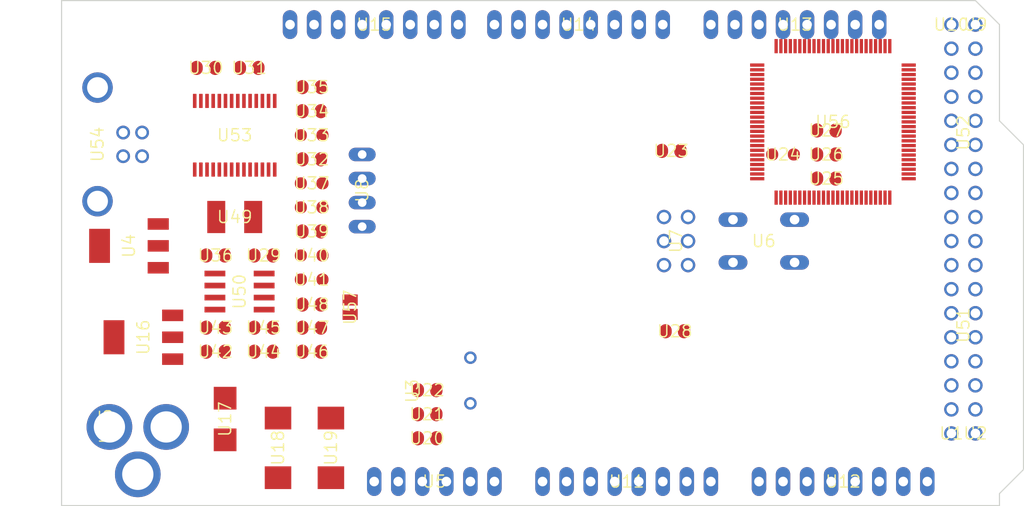
<source format=kicad_pcb>
(kicad_pcb (version 20221018) (generator pcbnew)
  (layers (0 "F.Cu" signal "Top") (31 "B.Cu" signal "Bottom") (34 "B.Paste" user) (35 "F.Paste" user) (36 "B.SilkS" user "B.Silkscreen") (37 "F.SilkS" user "F.Silkscreen") (38 "B.Mask" user) (39 "F.Mask" user) (44 "Edge.Cuts" user))
  (net 0 "")
  (net 1 "+5V")
  (net 2 "GND")
  (net 3 "N$6")
  (net 4 "N$7")
  (net 5 "AREF")
  (net 6 "RESET")
  (net 7 "VIN")
  (net 8 "N$3")
  (net 9 "PWRIN")
  (net 10 "M8RXD")
  (net 11 "M8TXD")
  (net 12 "ADC0")
  (net 13 "ADC2")
  (net 14 "ADC1")
  (net 15 "ADC3")
  (net 16 "ADC4")
  (net 17 "ADC5")
  (net 18 "ADC6")
  (net 19 "ADC7")
  (net 20 "+3V3")
  (net 21 "SDA")
  (net 22 "SCL")
  (net 23 "ADC9")
  (net 24 "ADC8")
  (net 25 "ADC10")
  (net 26 "ADC11")
  (net 27 "ADC12")
  (net 28 "ADC13")
  (net 29 "ADC14")
  (net 30 "ADC15")
  (net 31 "PB3")
  (net 32 "PB2")
  (net 33 "PB1")
  (net 34 "PB5")
  (net 35 "PB4")
  (net 36 "PE5")
  (net 37 "PE4")
  (net 38 "PE3")
  (net 39 "PE1")
  (net 40 "PE0")
  (net 41 "N$15")
  (net 42 "N$53")
  (net 43 "N$54")
  (net 44 "N$55")
  (net 45 "D-")
  (net 46 "D+")
  (net 47 "N$60")
  (net 48 "DTR")
  (net 49 "USBVCC")
  (net 50 "N$2")
  (net 51 "N$4")
  (net 52 "GATE_CMD")
  (net 53 "CMP")
  (net 54 "PB6")
  (net 55 "PH3")
  (net 56 "PH4")
  (net 57 "PH5")
  (net 58 "PH6")
  (net 59 "PG5")
  (net 60 "RXD1")
  (net 61 "TXD1")
  (net 62 "RXD2")
  (net 63 "RXD3")
  (net 64 "TXD2")
  (net 65 "TXD3")
  (net 66 "PC0")
  (net 67 "PC1")
  (net 68 "PC2")
  (net 69 "PC3")
  (net 70 "PC4")
  (net 71 "PC5")
  (net 72 "PC6")
  (net 73 "PC7")
  (net 74 "PB0")
  (net 75 "PG0")
  (net 76 "PG1")
  (net 77 "PG2")
  (net 78 "PD7")
  (net 79 "PA0")
  (net 80 "PA1")
  (net 81 "PA2")
  (net 82 "PA3")
  (net 83 "PA4")
  (net 84 "PA5")
  (net 85 "PA6")
  (net 86 "PA7")
  (net 87 "PL0")
  (net 88 "PL1")
  (net 89 "PL2")
  (net 90 "PL3")
  (net 91 "PL4")
  (net 92 "PL5")
  (net 93 "PL6")
  (net 94 "PL7")
  (net 95 "PB7")
  (net 96 "CTS")
  (net 97 "DSR")
  (net 98 "DCD")
  (net 99 "RI")
  (footprint "Arduino_MEGA_Reference_Design:2X03" (layer "F.Cu") (at 162.5981 103.7336 -90)
    (fp_text reference "U7")
    (fp_text value "")
  )
  (footprint "Arduino_MEGA_Reference_Design:1X08" (layer "F.Cu") (at 152.3111 80.8736 180)
    (fp_text reference "U14")
    (fp_text value "")
  )
  (footprint "Arduino_MEGA_Reference_Design:1X08" (layer "F.Cu") (at 130.7211 80.8736 180)
    (fp_text reference "U15")
    (fp_text value "")
  )
  (footprint "Arduino_MEGA_Reference_Design:SMC_D" (layer "F.Cu") (at 120.5611 125.5776 -90)
    (fp_text reference "U18")
    (fp_text value "")
  )
  (footprint "Arduino_MEGA_Reference_Design:SMC_D" (layer "F.Cu") (at 126.1491 125.5776 -90)
    (fp_text reference "U19")
    (fp_text value "")
  )
  (footprint "Arduino_MEGA_Reference_Design:B3F-10XX" (layer "F.Cu") (at 171.8691 103.7336 180)
    (fp_text reference "U6")
    (fp_text value "")
  )
  (footprint "Arduino_MEGA_Reference_Design:0805RND" (layer "F.Cu") (at 173.9011 94.5896 180)
    (fp_text reference "U24")
    (fp_text value "")
  )
  (footprint "Arduino_MEGA_Reference_Design:SMB" (layer "F.Cu") (at 114.9731 122.5296 -90)
    (fp_text reference "U17")
    (fp_text value "")
  )
  (footprint "Arduino_MEGA_Reference_Design:DC-21MM" (layer "F.Cu") (at 103.0351 123.2916 90)
    (fp_text reference "U55")
    (fp_text value "")
  )
  (footprint "Arduino_MEGA_Reference_Design:HC49_S" (layer "F.Cu") (at 140.8811 118.4656 90)
    (fp_text reference "U3")
    (fp_text value "")
  )
  (footprint "Arduino_MEGA_Reference_Design:SOT223" (layer "F.Cu") (at 106.3371 113.8936 90)
    (fp_text reference "U16")
    (fp_text value "")
  )
  (footprint "Arduino_MEGA_Reference_Design:1X06" (layer "F.Cu") (at 137.0711 129.1336)
    (fp_text reference "U5")
    (fp_text value "")
  )
  (footprint "Arduino_MEGA_Reference_Design:C0805RND" (layer "F.Cu") (at 124.1171 87.4776)
    (fp_text reference "U35")
    (fp_text value "")
  )
  (footprint "Arduino_MEGA_Reference_Design:C0805RND" (layer "F.Cu") (at 162.4711 113.2586)
    (fp_text reference "U28")
    (fp_text value "")
  )
  (footprint "Arduino_MEGA_Reference_Design:C0805RND" (layer "F.Cu") (at 136.3091 122.0216)
    (fp_text reference "U21")
    (fp_text value "")
  )
  (footprint "Arduino_MEGA_Reference_Design:C0805RND" (layer "F.Cu") (at 136.3091 119.4816)
    (fp_text reference "U22")
    (fp_text value "")
  )
  (footprint "Arduino_MEGA_Reference_Design:C0805RND" (layer "F.Cu") (at 113.9571 112.8776)
    (fp_text reference "U43")
    (fp_text value "")
  )
  (footprint "Arduino_MEGA_Reference_Design:RCL_0805RND" (layer "F.Cu") (at 124.1171 105.2576)
    (fp_text reference "U40")
    (fp_text value "")
  )
  (footprint "Arduino_MEGA_Reference_Design:RCL_0805RND" (layer "F.Cu") (at 124.1171 107.7976)
    (fp_text reference "U41")
    (fp_text value "")
  )
  (footprint "Arduino_MEGA_Reference_Design:1X08" (layer "F.Cu") (at 157.3911 129.1336)
    (fp_text reference "U11")
    (fp_text value "")
  )
  (footprint "Arduino_MEGA_Reference_Design:1X08" (layer "F.Cu") (at 175.1711 80.8736 180)
    (fp_text reference "U13")
    (fp_text value "")
  )
  (footprint "Arduino_MEGA_Reference_Design:R0805RND" (layer "F.Cu") (at 178.4731 94.5896 180)
    (fp_text reference "U26")
    (fp_text value "")
  )
  (footprint "Arduino_MEGA_Reference_Design:R0805RND" (layer "F.Cu") (at 178.4731 92.0496 180)
    (fp_text reference "U27")
    (fp_text value "")
  )
  (footprint "Arduino_MEGA_Reference_Design:TQFP100" (layer "F.Cu") (at 179.17422485351562 91.14759826660156 0)
    (fp_text reference "U56")
    (fp_text value "")
  )
  (footprint "Arduino_MEGA_Reference_Design:C0805RND" (layer "F.Cu") (at 162.0901 94.2086 180)
    (fp_text reference "U23")
    (fp_text value "")
  )
  (footprint "Arduino_MEGA_Reference_Design:C0805RND" (layer "F.Cu") (at 136.3091 124.5616)
    (fp_text reference "U20")
    (fp_text value "")
  )
  (footprint "Arduino_MEGA_Reference_Design:1X08" (layer "F.Cu") (at 180.2511 129.1336)
    (fp_text reference "U12")
    (fp_text value "")
  )
  (footprint "Arduino_MEGA_Reference_Design:R0805RND" (layer "F.Cu") (at 124.1171 112.8776)
    (fp_text reference "U47")
    (fp_text value "")
  )
  (footprint "Arduino_MEGA_Reference_Design:C0805RND" (layer "F.Cu") (at 124.1171 115.4176)
    (fp_text reference "U46")
    (fp_text value "")
  )
  (footprint "Arduino_MEGA_Reference_Design:C0805RND" (layer "F.Cu") (at 113.9571 105.2576)
    (fp_text reference "U36")
    (fp_text value "")
  )
  (footprint "Arduino_MEGA_Reference_Design:C0805RND" (layer "F.Cu") (at 112.9411 85.4456)
    (fp_text reference "U30")
    (fp_text value "")
  )
  (footprint "Arduino_MEGA_Reference_Design:0805RND" (layer "F.Cu") (at 124.1171 100.1776 180)
    (fp_text reference "U38")
    (fp_text value "")
  )
  (footprint "Arduino_MEGA_Reference_Design:0805RND" (layer "F.Cu") (at 124.1171 97.6376 180)
    (fp_text reference "U37")
    (fp_text value "")
  )
  (footprint "Arduino_MEGA_Reference_Design:R0805RND" (layer "F.Cu") (at 124.1171 95.0976)
    (fp_text reference "U32")
    (fp_text value "")
  )
  (footprint "Arduino_MEGA_Reference_Design:R0805RND" (layer "F.Cu") (at 124.1171 102.7176)
    (fp_text reference "U39")
    (fp_text value "")
  )
  (footprint "Arduino_MEGA_Reference_Design:SSOP28" (layer "F.Cu") (at 115.9891 92.5576)
    (fp_text reference "U53")
    (fp_text value "")
  )
  (footprint "Arduino_MEGA_Reference_Design:PN61729" (layer "F.Cu") (at 98.9584 93.5228 -90)
    (fp_text reference "U54")
    (fp_text value "")
  )
  (footprint "Arduino_MEGA_Reference_Design:L1812" (layer "F.Cu") (at 115.9891 101.1936)
    (fp_text reference "U49")
    (fp_text value "")
  )
  (footprint "Arduino_MEGA_Reference_Design:C0805RND" (layer "F.Cu") (at 117.5131 85.4456)
    (fp_text reference "U31")
    (fp_text value "")
  )
  (footprint "Arduino_MEGA_Reference_Design:0805RND" (layer "F.Cu") (at 124.1171 92.5576 180)
    (fp_text reference "U33")
    (fp_text value "")
  )
  (footprint "Arduino_MEGA_Reference_Design:R0805RND" (layer "F.Cu") (at 124.1171 90.0176 180)
    (fp_text reference "U34")
    (fp_text value "")
  )
  (footprint "Arduino_MEGA_Reference_Design:C0805RND" (layer "F.Cu") (at 124.1171 110.4392 180)
    (fp_text reference "U48")
    (fp_text value "")
  )
  (footprint "Arduino_MEGA_Reference_Design:SOT223" (layer "F.Cu") (at 104.8131 104.2416 90)
    (fp_text reference "U4")
    (fp_text value "")
  )
  (footprint "Arduino_MEGA_Reference_Design:SO08" (layer "F.Cu") (at 116.4971 109.0676 -90)
    (fp_text reference "U50")
    (fp_text value "")
  )
  (footprint "Arduino_MEGA_Reference_Design:R0805RND" (layer "F.Cu") (at 113.9571 115.4176 180)
    (fp_text reference "U42")
    (fp_text value "")
  )
  (footprint "Arduino_MEGA_Reference_Design:R0805RND" (layer "F.Cu") (at 119.0371 112.8776 180)
    (fp_text reference "U45")
    (fp_text value "")
  )
  (footprint "Arduino_MEGA_Reference_Design:C0805RND" (layer "F.Cu") (at 119.0371 115.4176 180)
    (fp_text reference "U44")
    (fp_text value "")
  )
  (footprint "Arduino_MEGA_Reference_Design:C0805RND" (layer "F.Cu") (at 119.0371 105.2576)
    (fp_text reference "U29")
    (fp_text value "")
  )
  (footprint "Arduino_MEGA_Reference_Design:2X08" (layer "F.Cu") (at 192.9511 92.3036 90)
    (fp_text reference "U52")
    (fp_text value "")
  )
  (footprint "Arduino_MEGA_Reference_Design:2X08" (layer "F.Cu") (at 192.9511 112.6236 90)
    (fp_text reference "U51")
    (fp_text value "")
  )
  (footprint "Arduino_MEGA_Reference_Design:R0805RND" (layer "F.Cu") (at 178.4731 97.1296 180)
    (fp_text reference "U25")
    (fp_text value "")
  )
  (footprint "Arduino_MEGA_Reference_Design:1X01" (layer "F.Cu") (at 191.6811 80.8736)
    (fp_text reference "U10")
    (fp_text value "")
  )
  (footprint "Arduino_MEGA_Reference_Design:1X01" (layer "F.Cu") (at 194.2211 80.8736)
    (fp_text reference "U9")
    (fp_text value "")
  )
  (footprint "Arduino_MEGA_Reference_Design:1X01" (layer "F.Cu") (at 191.6811 124.0536)
    (fp_text reference "U1")
    (fp_text value "")
  )
  (footprint "Arduino_MEGA_Reference_Design:1X01" (layer "F.Cu") (at 194.2211 124.0536)
    (fp_text reference "U2")
    (fp_text value "")
  )
  (footprint "Arduino_MEGA_Reference_Design:SJ" (layer "F.Cu") (at 128.1811 110.7186 -90)
    (fp_text reference "U57")
    (fp_text value "")
  )
  (footprint "Arduino_MEGA_Reference_Design:JP4" (layer "F.Cu") (at 129.4511 98.3996 -90)
    (fp_text reference "U8")
    (fp_text value "")
  )
  (gr_line (start 196.7611 80.8736) (end 196.7611 91.0336) (layer "Edge.Cuts") (width 0.12))
  (gr_line (start 196.7611 130.4036) (end 196.7611 131.6736) (layer "Edge.Cuts") (width 0.12))
  (gr_line (start 194.2211 78.3336) (end 196.7611 80.8736) (layer "Edge.Cuts") (width 0.12))
  (gr_line (start 97.7011 78.3336) (end 194.2211 78.3336) (layer "Edge.Cuts") (width 0.12))
  (gr_line (start 196.7611 91.0336) (end 199.3011 93.5736) (layer "Edge.Cuts") (width 0.12))
  (gr_line (start 97.7011 131.6736) (end 97.7011 78.3336) (layer "Edge.Cuts") (width 0.12))
  (gr_line (start 196.7611 131.6736) (end 97.7011 131.6736) (layer "Edge.Cuts") (width 0.12))
  (gr_line (start 199.3011 93.5736) (end 199.3011 127.8636) (layer "Edge.Cuts") (width 0.12))
  (gr_line (start 199.3011 127.8636) (end 196.7611 130.4036) (layer "Edge.Cuts") (width 0.12))
)
</source>
